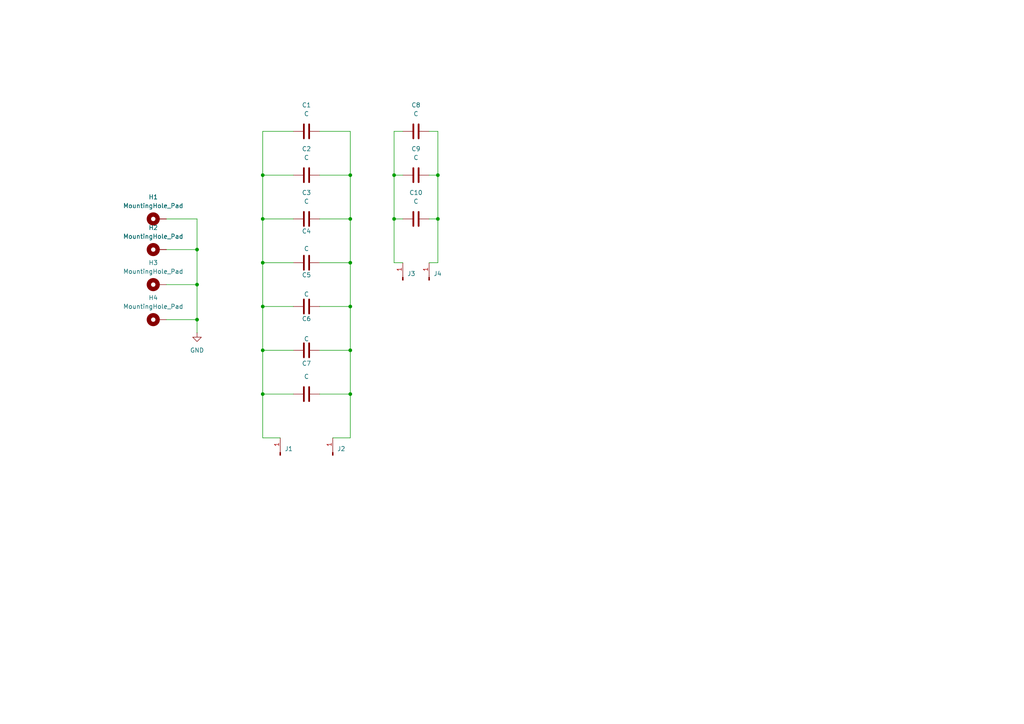
<source format=kicad_sch>
(kicad_sch
	(version 20231120)
	(generator "eeschema")
	(generator_version "8.0")
	(uuid "b8452eba-3c9c-41df-bc1e-8c1eec403dfb")
	(paper "A4")
	(lib_symbols
		(symbol "Connector:Conn_01x01_Pin"
			(pin_names
				(offset 1.016) hide)
			(exclude_from_sim no)
			(in_bom yes)
			(on_board yes)
			(property "Reference" "J"
				(at 0 2.54 0)
				(effects
					(font
						(size 1.27 1.27)
					)
				)
			)
			(property "Value" "Conn_01x01_Pin"
				(at 0 -2.54 0)
				(effects
					(font
						(size 1.27 1.27)
					)
				)
			)
			(property "Footprint" ""
				(at 0 0 0)
				(effects
					(font
						(size 1.27 1.27)
					)
					(hide yes)
				)
			)
			(property "Datasheet" "~"
				(at 0 0 0)
				(effects
					(font
						(size 1.27 1.27)
					)
					(hide yes)
				)
			)
			(property "Description" "Generic connector, single row, 01x01, script generated"
				(at 0 0 0)
				(effects
					(font
						(size 1.27 1.27)
					)
					(hide yes)
				)
			)
			(property "ki_locked" ""
				(at 0 0 0)
				(effects
					(font
						(size 1.27 1.27)
					)
				)
			)
			(property "ki_keywords" "connector"
				(at 0 0 0)
				(effects
					(font
						(size 1.27 1.27)
					)
					(hide yes)
				)
			)
			(property "ki_fp_filters" "Connector*:*_1x??_*"
				(at 0 0 0)
				(effects
					(font
						(size 1.27 1.27)
					)
					(hide yes)
				)
			)
			(symbol "Conn_01x01_Pin_1_1"
				(polyline
					(pts
						(xy 1.27 0) (xy 0.8636 0)
					)
					(stroke
						(width 0.1524)
						(type default)
					)
					(fill
						(type none)
					)
				)
				(rectangle
					(start 0.8636 0.127)
					(end 0 -0.127)
					(stroke
						(width 0.1524)
						(type default)
					)
					(fill
						(type outline)
					)
				)
				(pin passive line
					(at 5.08 0 180)
					(length 3.81)
					(name "Pin_1"
						(effects
							(font
								(size 1.27 1.27)
							)
						)
					)
					(number "1"
						(effects
							(font
								(size 1.27 1.27)
							)
						)
					)
				)
			)
		)
		(symbol "Device:C"
			(pin_numbers hide)
			(pin_names
				(offset 0.254)
			)
			(exclude_from_sim no)
			(in_bom yes)
			(on_board yes)
			(property "Reference" "C"
				(at 0.635 2.54 0)
				(effects
					(font
						(size 1.27 1.27)
					)
					(justify left)
				)
			)
			(property "Value" "C"
				(at 0.635 -2.54 0)
				(effects
					(font
						(size 1.27 1.27)
					)
					(justify left)
				)
			)
			(property "Footprint" ""
				(at 0.9652 -3.81 0)
				(effects
					(font
						(size 1.27 1.27)
					)
					(hide yes)
				)
			)
			(property "Datasheet" "~"
				(at 0 0 0)
				(effects
					(font
						(size 1.27 1.27)
					)
					(hide yes)
				)
			)
			(property "Description" "Unpolarized capacitor"
				(at 0 0 0)
				(effects
					(font
						(size 1.27 1.27)
					)
					(hide yes)
				)
			)
			(property "ki_keywords" "cap capacitor"
				(at 0 0 0)
				(effects
					(font
						(size 1.27 1.27)
					)
					(hide yes)
				)
			)
			(property "ki_fp_filters" "C_*"
				(at 0 0 0)
				(effects
					(font
						(size 1.27 1.27)
					)
					(hide yes)
				)
			)
			(symbol "C_0_1"
				(polyline
					(pts
						(xy -2.032 -0.762) (xy 2.032 -0.762)
					)
					(stroke
						(width 0.508)
						(type default)
					)
					(fill
						(type none)
					)
				)
				(polyline
					(pts
						(xy -2.032 0.762) (xy 2.032 0.762)
					)
					(stroke
						(width 0.508)
						(type default)
					)
					(fill
						(type none)
					)
				)
			)
			(symbol "C_1_1"
				(pin passive line
					(at 0 3.81 270)
					(length 2.794)
					(name "~"
						(effects
							(font
								(size 1.27 1.27)
							)
						)
					)
					(number "1"
						(effects
							(font
								(size 1.27 1.27)
							)
						)
					)
				)
				(pin passive line
					(at 0 -3.81 90)
					(length 2.794)
					(name "~"
						(effects
							(font
								(size 1.27 1.27)
							)
						)
					)
					(number "2"
						(effects
							(font
								(size 1.27 1.27)
							)
						)
					)
				)
			)
		)
		(symbol "Mechanical:MountingHole_Pad"
			(pin_numbers hide)
			(pin_names
				(offset 1.016) hide)
			(exclude_from_sim yes)
			(in_bom no)
			(on_board yes)
			(property "Reference" "H"
				(at 0 6.35 0)
				(effects
					(font
						(size 1.27 1.27)
					)
				)
			)
			(property "Value" "MountingHole_Pad"
				(at 0 4.445 0)
				(effects
					(font
						(size 1.27 1.27)
					)
				)
			)
			(property "Footprint" ""
				(at 0 0 0)
				(effects
					(font
						(size 1.27 1.27)
					)
					(hide yes)
				)
			)
			(property "Datasheet" "~"
				(at 0 0 0)
				(effects
					(font
						(size 1.27 1.27)
					)
					(hide yes)
				)
			)
			(property "Description" "Mounting Hole with connection"
				(at 0 0 0)
				(effects
					(font
						(size 1.27 1.27)
					)
					(hide yes)
				)
			)
			(property "ki_keywords" "mounting hole"
				(at 0 0 0)
				(effects
					(font
						(size 1.27 1.27)
					)
					(hide yes)
				)
			)
			(property "ki_fp_filters" "MountingHole*Pad*"
				(at 0 0 0)
				(effects
					(font
						(size 1.27 1.27)
					)
					(hide yes)
				)
			)
			(symbol "MountingHole_Pad_0_1"
				(circle
					(center 0 1.27)
					(radius 1.27)
					(stroke
						(width 1.27)
						(type default)
					)
					(fill
						(type none)
					)
				)
			)
			(symbol "MountingHole_Pad_1_1"
				(pin input line
					(at 0 -2.54 90)
					(length 2.54)
					(name "1"
						(effects
							(font
								(size 1.27 1.27)
							)
						)
					)
					(number "1"
						(effects
							(font
								(size 1.27 1.27)
							)
						)
					)
				)
			)
		)
		(symbol "power:GND"
			(power)
			(pin_numbers hide)
			(pin_names
				(offset 0) hide)
			(exclude_from_sim no)
			(in_bom yes)
			(on_board yes)
			(property "Reference" "#PWR"
				(at 0 -6.35 0)
				(effects
					(font
						(size 1.27 1.27)
					)
					(hide yes)
				)
			)
			(property "Value" "GND"
				(at 0 -3.81 0)
				(effects
					(font
						(size 1.27 1.27)
					)
				)
			)
			(property "Footprint" ""
				(at 0 0 0)
				(effects
					(font
						(size 1.27 1.27)
					)
					(hide yes)
				)
			)
			(property "Datasheet" ""
				(at 0 0 0)
				(effects
					(font
						(size 1.27 1.27)
					)
					(hide yes)
				)
			)
			(property "Description" "Power symbol creates a global label with name \"GND\" , ground"
				(at 0 0 0)
				(effects
					(font
						(size 1.27 1.27)
					)
					(hide yes)
				)
			)
			(property "ki_keywords" "global power"
				(at 0 0 0)
				(effects
					(font
						(size 1.27 1.27)
					)
					(hide yes)
				)
			)
			(symbol "GND_0_1"
				(polyline
					(pts
						(xy 0 0) (xy 0 -1.27) (xy 1.27 -1.27) (xy 0 -2.54) (xy -1.27 -1.27) (xy 0 -1.27)
					)
					(stroke
						(width 0)
						(type default)
					)
					(fill
						(type none)
					)
				)
			)
			(symbol "GND_1_1"
				(pin power_in line
					(at 0 0 270)
					(length 0)
					(name "~"
						(effects
							(font
								(size 1.27 1.27)
							)
						)
					)
					(number "1"
						(effects
							(font
								(size 1.27 1.27)
							)
						)
					)
				)
			)
		)
	)
	(junction
		(at 76.2 114.3)
		(diameter 0)
		(color 0 0 0 0)
		(uuid "0096e0f4-f7d5-4e75-913c-f1d29ec7c9d9")
	)
	(junction
		(at 101.6 50.8)
		(diameter 0)
		(color 0 0 0 0)
		(uuid "033a0ccb-f81b-48ec-bd55-728f172361a6")
	)
	(junction
		(at 101.6 101.6)
		(diameter 0)
		(color 0 0 0 0)
		(uuid "0907d712-a576-45cc-9434-393e26c90429")
	)
	(junction
		(at 57.15 92.71)
		(diameter 0)
		(color 0 0 0 0)
		(uuid "11144d25-d72f-469c-ada0-7b3afc82d6f3")
	)
	(junction
		(at 101.6 114.3)
		(diameter 0)
		(color 0 0 0 0)
		(uuid "11d98de3-4fc6-4124-b164-2faa269b8e44")
	)
	(junction
		(at 114.3 50.8)
		(diameter 0)
		(color 0 0 0 0)
		(uuid "14106dd6-9806-4d2e-869b-1787e0e29384")
	)
	(junction
		(at 76.2 101.6)
		(diameter 0)
		(color 0 0 0 0)
		(uuid "3f3ca353-956b-489f-b085-f7da250ad0a3")
	)
	(junction
		(at 114.3 63.5)
		(diameter 0)
		(color 0 0 0 0)
		(uuid "471ad9ba-3c6c-42bd-9949-51f2a6edc467")
	)
	(junction
		(at 101.6 88.9)
		(diameter 0)
		(color 0 0 0 0)
		(uuid "4ae1399e-04ed-480c-9ec2-11168bcfba66")
	)
	(junction
		(at 76.2 63.5)
		(diameter 0)
		(color 0 0 0 0)
		(uuid "6f17dd56-f712-4218-b2a2-3ad769b46108")
	)
	(junction
		(at 101.6 76.2)
		(diameter 0)
		(color 0 0 0 0)
		(uuid "715eeac1-5e1f-4ac1-87d0-084e6c65aebe")
	)
	(junction
		(at 57.15 82.55)
		(diameter 0)
		(color 0 0 0 0)
		(uuid "83ec4a77-981d-4d83-b3f2-d98e336344d2")
	)
	(junction
		(at 76.2 76.2)
		(diameter 0)
		(color 0 0 0 0)
		(uuid "970adf53-83d0-4d26-8acc-52814c9b7308")
	)
	(junction
		(at 76.2 50.8)
		(diameter 0)
		(color 0 0 0 0)
		(uuid "b0e52feb-dada-44fc-8216-5527cf23af83")
	)
	(junction
		(at 127 50.8)
		(diameter 0)
		(color 0 0 0 0)
		(uuid "b372bf08-d92e-4bcc-bb02-37e2b86600a9")
	)
	(junction
		(at 101.6 63.5)
		(diameter 0)
		(color 0 0 0 0)
		(uuid "c3cfec3e-a7f8-43f7-8fe4-c0e0188a7c11")
	)
	(junction
		(at 57.15 72.39)
		(diameter 0)
		(color 0 0 0 0)
		(uuid "d1146fcb-1d28-4f16-8e34-6f8efa91978f")
	)
	(junction
		(at 76.2 88.9)
		(diameter 0)
		(color 0 0 0 0)
		(uuid "f1cbcd34-0e5e-4f61-b897-bdea83be2eab")
	)
	(junction
		(at 127 63.5)
		(diameter 0)
		(color 0 0 0 0)
		(uuid "f96f17fb-3dd3-4334-93bc-7c0dc01a0a69")
	)
	(wire
		(pts
			(xy 57.15 82.55) (xy 57.15 92.71)
		)
		(stroke
			(width 0)
			(type default)
		)
		(uuid "00780971-a962-4953-997c-2584aff6f7f6")
	)
	(wire
		(pts
			(xy 101.6 38.1) (xy 101.6 50.8)
		)
		(stroke
			(width 0)
			(type default)
		)
		(uuid "079f20be-418e-4f1e-bd6a-76ca6cdb05d6")
	)
	(wire
		(pts
			(xy 48.26 82.55) (xy 57.15 82.55)
		)
		(stroke
			(width 0)
			(type default)
		)
		(uuid "096ff8a9-f4b9-4162-bafe-b243aed77b8b")
	)
	(wire
		(pts
			(xy 101.6 63.5) (xy 101.6 76.2)
		)
		(stroke
			(width 0)
			(type default)
		)
		(uuid "0ce05e81-b15f-40df-aa5d-638193de1172")
	)
	(wire
		(pts
			(xy 76.2 63.5) (xy 85.09 63.5)
		)
		(stroke
			(width 0)
			(type default)
		)
		(uuid "1c8fb53c-0640-4a37-8aae-137a92685e67")
	)
	(wire
		(pts
			(xy 76.2 127) (xy 81.28 127)
		)
		(stroke
			(width 0)
			(type default)
		)
		(uuid "205dba86-1bd9-4a90-a69b-092d3d04e382")
	)
	(wire
		(pts
			(xy 92.71 63.5) (xy 101.6 63.5)
		)
		(stroke
			(width 0)
			(type default)
		)
		(uuid "2071759f-2d53-44b9-9b87-7fd2b9369db9")
	)
	(wire
		(pts
			(xy 48.26 63.5) (xy 57.15 63.5)
		)
		(stroke
			(width 0)
			(type default)
		)
		(uuid "21d49d92-25a7-44ef-9aea-58a72aa6ef38")
	)
	(wire
		(pts
			(xy 124.46 50.8) (xy 127 50.8)
		)
		(stroke
			(width 0)
			(type default)
		)
		(uuid "22600251-5c32-4caa-921a-200c45f68bef")
	)
	(wire
		(pts
			(xy 124.46 38.1) (xy 127 38.1)
		)
		(stroke
			(width 0)
			(type default)
		)
		(uuid "23eeef71-0149-45b7-9a18-4c48f1ee796b")
	)
	(wire
		(pts
			(xy 48.26 72.39) (xy 57.15 72.39)
		)
		(stroke
			(width 0)
			(type default)
		)
		(uuid "29f7f4d1-6062-429e-9c76-0e217557a990")
	)
	(wire
		(pts
			(xy 114.3 63.5) (xy 116.84 63.5)
		)
		(stroke
			(width 0)
			(type default)
		)
		(uuid "2b0260f0-674c-4608-9a28-97c43a2bb653")
	)
	(wire
		(pts
			(xy 92.71 88.9) (xy 101.6 88.9)
		)
		(stroke
			(width 0)
			(type default)
		)
		(uuid "2d1223ba-99a1-4bf7-a6cc-113f0a648483")
	)
	(wire
		(pts
			(xy 48.26 92.71) (xy 57.15 92.71)
		)
		(stroke
			(width 0)
			(type default)
		)
		(uuid "2e21b6e2-bddf-498b-8e7c-dabae0046992")
	)
	(wire
		(pts
			(xy 114.3 38.1) (xy 114.3 50.8)
		)
		(stroke
			(width 0)
			(type default)
		)
		(uuid "391c2cfb-a066-41bb-89b3-4d9201181983")
	)
	(wire
		(pts
			(xy 76.2 63.5) (xy 76.2 76.2)
		)
		(stroke
			(width 0)
			(type default)
		)
		(uuid "3dc6f51e-ef57-4174-9d54-408ded16854d")
	)
	(wire
		(pts
			(xy 76.2 50.8) (xy 85.09 50.8)
		)
		(stroke
			(width 0)
			(type default)
		)
		(uuid "43c24ba7-d858-4ee5-93a2-c11525ed63bd")
	)
	(wire
		(pts
			(xy 76.2 88.9) (xy 76.2 101.6)
		)
		(stroke
			(width 0)
			(type default)
		)
		(uuid "499e3a9c-8d34-4a0d-8fe4-35b188c01f96")
	)
	(wire
		(pts
			(xy 114.3 50.8) (xy 114.3 63.5)
		)
		(stroke
			(width 0)
			(type default)
		)
		(uuid "50e0b3b6-3581-4d9d-8f0e-9af4fc7a6236")
	)
	(wire
		(pts
			(xy 57.15 72.39) (xy 57.15 82.55)
		)
		(stroke
			(width 0)
			(type default)
		)
		(uuid "53f44312-55ce-4b07-92f9-f42f5d87455c")
	)
	(wire
		(pts
			(xy 76.2 88.9) (xy 85.09 88.9)
		)
		(stroke
			(width 0)
			(type default)
		)
		(uuid "56db0e80-3b05-4d2f-8846-bab246a4d23a")
	)
	(wire
		(pts
			(xy 57.15 92.71) (xy 57.15 96.52)
		)
		(stroke
			(width 0)
			(type default)
		)
		(uuid "59bc734b-05d8-405e-937b-c614b1e1b199")
	)
	(wire
		(pts
			(xy 127 50.8) (xy 127 63.5)
		)
		(stroke
			(width 0)
			(type default)
		)
		(uuid "5a6ed033-1904-4c20-8738-34a300c6c3b2")
	)
	(wire
		(pts
			(xy 76.2 101.6) (xy 76.2 114.3)
		)
		(stroke
			(width 0)
			(type default)
		)
		(uuid "5c7e4d31-15d0-49c3-adca-53865f221963")
	)
	(wire
		(pts
			(xy 76.2 114.3) (xy 76.2 127)
		)
		(stroke
			(width 0)
			(type default)
		)
		(uuid "6026d8d3-744b-426f-9720-49bb6a3cb6a2")
	)
	(wire
		(pts
			(xy 76.2 38.1) (xy 85.09 38.1)
		)
		(stroke
			(width 0)
			(type default)
		)
		(uuid "6869501e-a1bf-40a5-9d81-2177e4e8b5b8")
	)
	(wire
		(pts
			(xy 101.6 114.3) (xy 101.6 127)
		)
		(stroke
			(width 0)
			(type default)
		)
		(uuid "6b11fd06-d58b-4645-b506-6d31d35bc5cc")
	)
	(wire
		(pts
			(xy 127 38.1) (xy 127 50.8)
		)
		(stroke
			(width 0)
			(type default)
		)
		(uuid "745fe919-9a6c-497b-8b21-48c10806d3a1")
	)
	(wire
		(pts
			(xy 127 63.5) (xy 124.46 63.5)
		)
		(stroke
			(width 0)
			(type default)
		)
		(uuid "78108b2b-1789-430d-97ca-1136b472bde1")
	)
	(wire
		(pts
			(xy 114.3 50.8) (xy 116.84 50.8)
		)
		(stroke
			(width 0)
			(type default)
		)
		(uuid "7958a7a1-3093-457b-982b-cfed81589eb4")
	)
	(wire
		(pts
			(xy 101.6 88.9) (xy 101.6 101.6)
		)
		(stroke
			(width 0)
			(type default)
		)
		(uuid "7a48dd23-73b7-4d20-8c9b-577c9d9f6289")
	)
	(wire
		(pts
			(xy 101.6 101.6) (xy 101.6 114.3)
		)
		(stroke
			(width 0)
			(type default)
		)
		(uuid "7a766d37-f57f-4f1b-9093-1602e2769136")
	)
	(wire
		(pts
			(xy 116.84 38.1) (xy 114.3 38.1)
		)
		(stroke
			(width 0)
			(type default)
		)
		(uuid "7faa2f89-c7c9-4592-b7ee-dee93d5775f3")
	)
	(wire
		(pts
			(xy 101.6 76.2) (xy 101.6 88.9)
		)
		(stroke
			(width 0)
			(type default)
		)
		(uuid "8a9848fe-67cd-4faa-ac28-0f79c3471729")
	)
	(wire
		(pts
			(xy 85.09 101.6) (xy 76.2 101.6)
		)
		(stroke
			(width 0)
			(type default)
		)
		(uuid "8f65f095-05bb-4fde-90eb-01cd834c8540")
	)
	(wire
		(pts
			(xy 124.46 76.2) (xy 127 76.2)
		)
		(stroke
			(width 0)
			(type default)
		)
		(uuid "90bd7d7f-a0a2-446f-9f5f-df2c6e09893b")
	)
	(wire
		(pts
			(xy 76.2 38.1) (xy 76.2 50.8)
		)
		(stroke
			(width 0)
			(type default)
		)
		(uuid "9ab7c62e-5d76-4b17-97e5-cdb5f032f5ea")
	)
	(wire
		(pts
			(xy 57.15 63.5) (xy 57.15 72.39)
		)
		(stroke
			(width 0)
			(type default)
		)
		(uuid "9b4d63dc-71d8-4f6e-8808-b932805d8695")
	)
	(wire
		(pts
			(xy 101.6 50.8) (xy 101.6 63.5)
		)
		(stroke
			(width 0)
			(type default)
		)
		(uuid "a8350865-944c-420c-9f3b-c9b8f180b0d8")
	)
	(wire
		(pts
			(xy 127 63.5) (xy 127 76.2)
		)
		(stroke
			(width 0)
			(type default)
		)
		(uuid "a95eeb93-928a-4ea7-a351-33a37d564e4c")
	)
	(wire
		(pts
			(xy 92.71 50.8) (xy 101.6 50.8)
		)
		(stroke
			(width 0)
			(type default)
		)
		(uuid "b143cd4b-8ed1-4613-9d76-d19e44aeae69")
	)
	(wire
		(pts
			(xy 101.6 114.3) (xy 92.71 114.3)
		)
		(stroke
			(width 0)
			(type default)
		)
		(uuid "b45fb843-1e7f-4dc0-89dc-39f76415128c")
	)
	(wire
		(pts
			(xy 76.2 50.8) (xy 76.2 63.5)
		)
		(stroke
			(width 0)
			(type default)
		)
		(uuid "b694087d-542b-4536-8def-ad857064badb")
	)
	(wire
		(pts
			(xy 92.71 101.6) (xy 101.6 101.6)
		)
		(stroke
			(width 0)
			(type default)
		)
		(uuid "be897055-f3c6-4443-977b-f8dd01574d4a")
	)
	(wire
		(pts
			(xy 114.3 63.5) (xy 114.3 76.2)
		)
		(stroke
			(width 0)
			(type default)
		)
		(uuid "c80f8d54-a10c-477f-801e-bcc91bed4044")
	)
	(wire
		(pts
			(xy 114.3 76.2) (xy 116.84 76.2)
		)
		(stroke
			(width 0)
			(type default)
		)
		(uuid "c933ec72-65d0-4980-a3a9-502467d0a9c8")
	)
	(wire
		(pts
			(xy 92.71 38.1) (xy 101.6 38.1)
		)
		(stroke
			(width 0)
			(type default)
		)
		(uuid "d1e332ce-f603-4198-bf32-22bcb291c7aa")
	)
	(wire
		(pts
			(xy 76.2 76.2) (xy 76.2 88.9)
		)
		(stroke
			(width 0)
			(type default)
		)
		(uuid "d88b35e7-b9d5-4e5c-b95c-53fb234ab5fd")
	)
	(wire
		(pts
			(xy 96.52 127) (xy 101.6 127)
		)
		(stroke
			(width 0)
			(type default)
		)
		(uuid "e1053842-d760-4ff3-9d7c-3d925d012244")
	)
	(wire
		(pts
			(xy 76.2 76.2) (xy 85.09 76.2)
		)
		(stroke
			(width 0)
			(type default)
		)
		(uuid "fa556b16-8e19-4b2b-9907-fb2cebbe7e26")
	)
	(wire
		(pts
			(xy 76.2 114.3) (xy 85.09 114.3)
		)
		(stroke
			(width 0)
			(type default)
		)
		(uuid "fb894d93-238a-4ce5-8cfa-adc381f2e045")
	)
	(wire
		(pts
			(xy 92.71 76.2) (xy 101.6 76.2)
		)
		(stroke
			(width 0)
			(type default)
		)
		(uuid "fbda31e5-2612-450f-9d41-777bef667dfd")
	)
	(symbol
		(lib_id "Device:C")
		(at 88.9 101.6 90)
		(unit 1)
		(exclude_from_sim no)
		(in_bom yes)
		(on_board yes)
		(dnp no)
		(uuid "03cfe848-d9e4-49a0-897c-56f2db322ae6")
		(property "Reference" "C6"
			(at 88.9 92.456 90)
			(effects
				(font
					(size 1.27 1.27)
				)
			)
		)
		(property "Value" "C"
			(at 88.9 98.298 90)
			(effects
				(font
					(size 1.27 1.27)
				)
			)
		)
		(property "Footprint" "Capacitor_THT:C_Rect_L24.0mm_W10.9mm_P22.50mm_MKT"
			(at 92.71 100.6348 0)
			(effects
				(font
					(size 1.27 1.27)
				)
				(hide yes)
			)
		)
		(property "Datasheet" "~"
			(at 88.9 101.6 0)
			(effects
				(font
					(size 1.27 1.27)
				)
				(hide yes)
			)
		)
		(property "Description" "Unpolarized capacitor"
			(at 88.9 101.6 0)
			(effects
				(font
					(size 1.27 1.27)
				)
				(hide yes)
			)
		)
		(pin "1"
			(uuid "9e0a9db3-61ca-4822-a935-76ed6160ecea")
		)
		(pin "2"
			(uuid "aaa113ab-39ab-49ab-bd89-9ed4e4eee69d")
		)
		(instances
			(project "Capacitor_test_board"
				(path "/b8452eba-3c9c-41df-bc1e-8c1eec403dfb"
					(reference "C6")
					(unit 1)
				)
			)
		)
	)
	(symbol
		(lib_id "Device:C")
		(at 88.9 63.5 90)
		(unit 1)
		(exclude_from_sim no)
		(in_bom yes)
		(on_board yes)
		(dnp no)
		(fields_autoplaced yes)
		(uuid "04229bbf-27e8-47f7-af66-33d3f7deb21d")
		(property "Reference" "C3"
			(at 88.9 55.88 90)
			(effects
				(font
					(size 1.27 1.27)
				)
			)
		)
		(property "Value" "C"
			(at 88.9 58.42 90)
			(effects
				(font
					(size 1.27 1.27)
				)
			)
		)
		(property "Footprint" "Capacitor_THT:C_Rect_L24.0mm_W10.9mm_P22.50mm_MKT"
			(at 92.71 62.5348 0)
			(effects
				(font
					(size 1.27 1.27)
				)
				(hide yes)
			)
		)
		(property "Datasheet" "~"
			(at 88.9 63.5 0)
			(effects
				(font
					(size 1.27 1.27)
				)
				(hide yes)
			)
		)
		(property "Description" "Unpolarized capacitor"
			(at 88.9 63.5 0)
			(effects
				(font
					(size 1.27 1.27)
				)
				(hide yes)
			)
		)
		(pin "1"
			(uuid "c49d3e15-7175-4974-8d0a-c57114282495")
		)
		(pin "2"
			(uuid "f3812a11-7b82-4a7e-9da1-b07a58768908")
		)
		(instances
			(project "Capacitor_test_board"
				(path "/b8452eba-3c9c-41df-bc1e-8c1eec403dfb"
					(reference "C3")
					(unit 1)
				)
			)
		)
	)
	(symbol
		(lib_id "Connector:Conn_01x01_Pin")
		(at 116.84 81.28 90)
		(unit 1)
		(exclude_from_sim no)
		(in_bom yes)
		(on_board yes)
		(dnp no)
		(uuid "05457215-5797-46d9-96a3-27f6bc438c91")
		(property "Reference" "J3"
			(at 118.11 79.3749 90)
			(effects
				(font
					(size 1.27 1.27)
				)
				(justify right)
			)
		)
		(property "Value" "Conn_01x01_Pin"
			(at 112.268 82.296 90)
			(effects
				(font
					(size 1.27 1.27)
				)
				(justify right)
				(hide yes)
			)
		)
		(property "Footprint" "Connector_Wire:SolderWire-2sqmm_1x01_D2mm_OD3.9mm"
			(at 116.84 81.28 0)
			(effects
				(font
					(size 1.27 1.27)
				)
				(hide yes)
			)
		)
		(property "Datasheet" "~"
			(at 116.84 81.28 0)
			(effects
				(font
					(size 1.27 1.27)
				)
				(hide yes)
			)
		)
		(property "Description" "Generic connector, single row, 01x01, script generated"
			(at 116.84 81.28 0)
			(effects
				(font
					(size 1.27 1.27)
				)
				(hide yes)
			)
		)
		(pin "1"
			(uuid "678c2142-0701-4ab7-91de-8a204f3f2995")
		)
		(instances
			(project "Capacitor_test_board"
				(path "/b8452eba-3c9c-41df-bc1e-8c1eec403dfb"
					(reference "J3")
					(unit 1)
				)
			)
		)
	)
	(symbol
		(lib_id "Device:C")
		(at 88.9 88.9 90)
		(unit 1)
		(exclude_from_sim no)
		(in_bom yes)
		(on_board yes)
		(dnp no)
		(uuid "0a9d5d7a-ef1d-42ba-a5ea-9554777a8adf")
		(property "Reference" "C5"
			(at 88.9 79.756 90)
			(effects
				(font
					(size 1.27 1.27)
				)
			)
		)
		(property "Value" "C"
			(at 88.9 85.344 90)
			(effects
				(font
					(size 1.27 1.27)
				)
			)
		)
		(property "Footprint" "Capacitor_THT:C_Rect_L24.0mm_W10.9mm_P22.50mm_MKT"
			(at 92.71 87.9348 0)
			(effects
				(font
					(size 1.27 1.27)
				)
				(hide yes)
			)
		)
		(property "Datasheet" "~"
			(at 88.9 88.9 0)
			(effects
				(font
					(size 1.27 1.27)
				)
				(hide yes)
			)
		)
		(property "Description" "Unpolarized capacitor"
			(at 88.9 88.9 0)
			(effects
				(font
					(size 1.27 1.27)
				)
				(hide yes)
			)
		)
		(pin "1"
			(uuid "680e6ddd-0d02-4b87-8308-42d698c1edb8")
		)
		(pin "2"
			(uuid "496b5127-744b-4c83-ad08-6f8ff7d9e403")
		)
		(instances
			(project "Capacitor_test_board"
				(path "/b8452eba-3c9c-41df-bc1e-8c1eec403dfb"
					(reference "C5")
					(unit 1)
				)
			)
		)
	)
	(symbol
		(lib_id "Mechanical:MountingHole_Pad")
		(at 45.72 82.55 90)
		(unit 1)
		(exclude_from_sim yes)
		(in_bom no)
		(on_board yes)
		(dnp no)
		(fields_autoplaced yes)
		(uuid "1a940fa1-5528-46bf-a709-8a20ff5df512")
		(property "Reference" "H3"
			(at 44.45 76.2 90)
			(effects
				(font
					(size 1.27 1.27)
				)
			)
		)
		(property "Value" "MountingHole_Pad"
			(at 44.45 78.74 90)
			(effects
				(font
					(size 1.27 1.27)
				)
			)
		)
		(property "Footprint" "MountingHole:MountingHole_3.2mm_M3_DIN965_Pad_TopBottom"
			(at 45.72 82.55 0)
			(effects
				(font
					(size 1.27 1.27)
				)
				(hide yes)
			)
		)
		(property "Datasheet" "~"
			(at 45.72 82.55 0)
			(effects
				(font
					(size 1.27 1.27)
				)
				(hide yes)
			)
		)
		(property "Description" "Mounting Hole with connection"
			(at 45.72 82.55 0)
			(effects
				(font
					(size 1.27 1.27)
				)
				(hide yes)
			)
		)
		(pin "1"
			(uuid "5dd049d5-bca0-4c6e-8913-a503842f2169")
		)
		(instances
			(project "Capacitor_test_board"
				(path "/b8452eba-3c9c-41df-bc1e-8c1eec403dfb"
					(reference "H3")
					(unit 1)
				)
			)
		)
	)
	(symbol
		(lib_id "Device:C")
		(at 88.9 76.2 90)
		(unit 1)
		(exclude_from_sim no)
		(in_bom yes)
		(on_board yes)
		(dnp no)
		(uuid "3785b797-d5c9-4423-8796-a09bd1ccbf25")
		(property "Reference" "C4"
			(at 88.9 67.056 90)
			(effects
				(font
					(size 1.27 1.27)
				)
			)
		)
		(property "Value" "C"
			(at 88.9 72.136 90)
			(effects
				(font
					(size 1.27 1.27)
				)
			)
		)
		(property "Footprint" "Capacitor_THT:C_Rect_L24.0mm_W10.9mm_P22.50mm_MKT"
			(at 92.71 75.2348 0)
			(effects
				(font
					(size 1.27 1.27)
				)
				(hide yes)
			)
		)
		(property "Datasheet" "~"
			(at 88.9 76.2 0)
			(effects
				(font
					(size 1.27 1.27)
				)
				(hide yes)
			)
		)
		(property "Description" "Unpolarized capacitor"
			(at 88.9 76.2 0)
			(effects
				(font
					(size 1.27 1.27)
				)
				(hide yes)
			)
		)
		(pin "1"
			(uuid "1f14ac28-84d6-4e22-83e8-09ed350cb82b")
		)
		(pin "2"
			(uuid "451c569e-a328-4058-8c3d-5b6ae7a18aa9")
		)
		(instances
			(project "Capacitor_test_board"
				(path "/b8452eba-3c9c-41df-bc1e-8c1eec403dfb"
					(reference "C4")
					(unit 1)
				)
			)
		)
	)
	(symbol
		(lib_id "Mechanical:MountingHole_Pad")
		(at 45.72 63.5 90)
		(unit 1)
		(exclude_from_sim yes)
		(in_bom no)
		(on_board yes)
		(dnp no)
		(fields_autoplaced yes)
		(uuid "3b23ebe5-437a-4698-9911-742aba4289c5")
		(property "Reference" "H1"
			(at 44.45 57.15 90)
			(effects
				(font
					(size 1.27 1.27)
				)
			)
		)
		(property "Value" "MountingHole_Pad"
			(at 44.45 59.69 90)
			(effects
				(font
					(size 1.27 1.27)
				)
			)
		)
		(property "Footprint" "MountingHole:MountingHole_3.2mm_M3_DIN965_Pad_TopBottom"
			(at 45.72 63.5 0)
			(effects
				(font
					(size 1.27 1.27)
				)
				(hide yes)
			)
		)
		(property "Datasheet" "~"
			(at 45.72 63.5 0)
			(effects
				(font
					(size 1.27 1.27)
				)
				(hide yes)
			)
		)
		(property "Description" "Mounting Hole with connection"
			(at 45.72 63.5 0)
			(effects
				(font
					(size 1.27 1.27)
				)
				(hide yes)
			)
		)
		(pin "1"
			(uuid "91b402c9-5645-477a-9619-27684fc12c24")
		)
		(instances
			(project ""
				(path "/b8452eba-3c9c-41df-bc1e-8c1eec403dfb"
					(reference "H1")
					(unit 1)
				)
			)
		)
	)
	(symbol
		(lib_id "Mechanical:MountingHole_Pad")
		(at 45.72 92.71 90)
		(unit 1)
		(exclude_from_sim yes)
		(in_bom no)
		(on_board yes)
		(dnp no)
		(fields_autoplaced yes)
		(uuid "3cb3f0c6-419c-45d3-96d3-19565b75f813")
		(property "Reference" "H4"
			(at 44.45 86.36 90)
			(effects
				(font
					(size 1.27 1.27)
				)
			)
		)
		(property "Value" "MountingHole_Pad"
			(at 44.45 88.9 90)
			(effects
				(font
					(size 1.27 1.27)
				)
			)
		)
		(property "Footprint" "MountingHole:MountingHole_3.2mm_M3_DIN965_Pad_TopBottom"
			(at 45.72 92.71 0)
			(effects
				(font
					(size 1.27 1.27)
				)
				(hide yes)
			)
		)
		(property "Datasheet" "~"
			(at 45.72 92.71 0)
			(effects
				(font
					(size 1.27 1.27)
				)
				(hide yes)
			)
		)
		(property "Description" "Mounting Hole with connection"
			(at 45.72 92.71 0)
			(effects
				(font
					(size 1.27 1.27)
				)
				(hide yes)
			)
		)
		(pin "1"
			(uuid "71bc8e41-49a9-4910-900f-9693a992cad2")
		)
		(instances
			(project "Capacitor_test_board"
				(path "/b8452eba-3c9c-41df-bc1e-8c1eec403dfb"
					(reference "H4")
					(unit 1)
				)
			)
		)
	)
	(symbol
		(lib_id "power:GND")
		(at 57.15 96.52 0)
		(unit 1)
		(exclude_from_sim no)
		(in_bom yes)
		(on_board yes)
		(dnp no)
		(fields_autoplaced yes)
		(uuid "60c7973a-0bf8-4fc0-88ed-589996512a61")
		(property "Reference" "#PWR01"
			(at 57.15 102.87 0)
			(effects
				(font
					(size 1.27 1.27)
				)
				(hide yes)
			)
		)
		(property "Value" "GND"
			(at 57.15 101.6 0)
			(effects
				(font
					(size 1.27 1.27)
				)
			)
		)
		(property "Footprint" ""
			(at 57.15 96.52 0)
			(effects
				(font
					(size 1.27 1.27)
				)
				(hide yes)
			)
		)
		(property "Datasheet" ""
			(at 57.15 96.52 0)
			(effects
				(font
					(size 1.27 1.27)
				)
				(hide yes)
			)
		)
		(property "Description" "Power symbol creates a global label with name \"GND\" , ground"
			(at 57.15 96.52 0)
			(effects
				(font
					(size 1.27 1.27)
				)
				(hide yes)
			)
		)
		(pin "1"
			(uuid "9291aaf8-f5fb-4634-9c7d-92f3d12bfec8")
		)
		(instances
			(project ""
				(path "/b8452eba-3c9c-41df-bc1e-8c1eec403dfb"
					(reference "#PWR01")
					(unit 1)
				)
			)
		)
	)
	(symbol
		(lib_id "Connector:Conn_01x01_Pin")
		(at 124.46 81.28 90)
		(unit 1)
		(exclude_from_sim no)
		(in_bom yes)
		(on_board yes)
		(dnp no)
		(uuid "6bf3be6c-dd5a-41b9-840f-1e4e0aa49679")
		(property "Reference" "J4"
			(at 125.73 79.3749 90)
			(effects
				(font
					(size 1.27 1.27)
				)
				(justify right)
			)
		)
		(property "Value" "Conn_01x01_Pin"
			(at 119.888 82.296 90)
			(effects
				(font
					(size 1.27 1.27)
				)
				(justify right)
				(hide yes)
			)
		)
		(property "Footprint" "Connector_Wire:SolderWire-2sqmm_1x01_D2mm_OD3.9mm"
			(at 124.46 81.28 0)
			(effects
				(font
					(size 1.27 1.27)
				)
				(hide yes)
			)
		)
		(property "Datasheet" "~"
			(at 124.46 81.28 0)
			(effects
				(font
					(size 1.27 1.27)
				)
				(hide yes)
			)
		)
		(property "Description" "Generic connector, single row, 01x01, script generated"
			(at 124.46 81.28 0)
			(effects
				(font
					(size 1.27 1.27)
				)
				(hide yes)
			)
		)
		(pin "1"
			(uuid "f0e2163b-6e9e-4fb0-b38a-521a6cd27842")
		)
		(instances
			(project "Capacitor_test_board"
				(path "/b8452eba-3c9c-41df-bc1e-8c1eec403dfb"
					(reference "J4")
					(unit 1)
				)
			)
		)
	)
	(symbol
		(lib_id "Connector:Conn_01x01_Pin")
		(at 96.52 132.08 90)
		(unit 1)
		(exclude_from_sim no)
		(in_bom yes)
		(on_board yes)
		(dnp no)
		(fields_autoplaced yes)
		(uuid "70a466e8-49c3-4068-8069-506adb36b986")
		(property "Reference" "J2"
			(at 97.79 130.1749 90)
			(effects
				(font
					(size 1.27 1.27)
				)
				(justify right)
			)
		)
		(property "Value" "Conn_01x01_Pin"
			(at 97.79 132.7149 90)
			(effects
				(font
					(size 1.27 1.27)
				)
				(justify right)
				(hide yes)
			)
		)
		(property "Footprint" "Connector_Wire:SolderWire-2sqmm_1x01_D2mm_OD3.9mm"
			(at 96.52 132.08 0)
			(effects
				(font
					(size 1.27 1.27)
				)
				(hide yes)
			)
		)
		(property "Datasheet" "~"
			(at 96.52 132.08 0)
			(effects
				(font
					(size 1.27 1.27)
				)
				(hide yes)
			)
		)
		(property "Description" "Generic connector, single row, 01x01, script generated"
			(at 96.52 132.08 0)
			(effects
				(font
					(size 1.27 1.27)
				)
				(hide yes)
			)
		)
		(pin "1"
			(uuid "38b921ae-ddf1-46ef-8a07-ae69f42753c4")
		)
		(instances
			(project "Capacitor_test_board"
				(path "/b8452eba-3c9c-41df-bc1e-8c1eec403dfb"
					(reference "J2")
					(unit 1)
				)
			)
		)
	)
	(symbol
		(lib_id "Mechanical:MountingHole_Pad")
		(at 45.72 72.39 90)
		(unit 1)
		(exclude_from_sim yes)
		(in_bom no)
		(on_board yes)
		(dnp no)
		(fields_autoplaced yes)
		(uuid "86aeae9b-09f0-4bfd-8e6b-70aff779a25c")
		(property "Reference" "H2"
			(at 44.45 66.04 90)
			(effects
				(font
					(size 1.27 1.27)
				)
			)
		)
		(property "Value" "MountingHole_Pad"
			(at 44.45 68.58 90)
			(effects
				(font
					(size 1.27 1.27)
				)
			)
		)
		(property "Footprint" "MountingHole:MountingHole_3.2mm_M3_DIN965_Pad_TopBottom"
			(at 45.72 72.39 0)
			(effects
				(font
					(size 1.27 1.27)
				)
				(hide yes)
			)
		)
		(property "Datasheet" "~"
			(at 45.72 72.39 0)
			(effects
				(font
					(size 1.27 1.27)
				)
				(hide yes)
			)
		)
		(property "Description" "Mounting Hole with connection"
			(at 45.72 72.39 0)
			(effects
				(font
					(size 1.27 1.27)
				)
				(hide yes)
			)
		)
		(pin "1"
			(uuid "31fb9d2a-4ff0-4197-ad2d-13e1b2a2c58d")
		)
		(instances
			(project "Capacitor_test_board"
				(path "/b8452eba-3c9c-41df-bc1e-8c1eec403dfb"
					(reference "H2")
					(unit 1)
				)
			)
		)
	)
	(symbol
		(lib_id "Connector:Conn_01x01_Pin")
		(at 81.28 132.08 90)
		(unit 1)
		(exclude_from_sim no)
		(in_bom yes)
		(on_board yes)
		(dnp no)
		(uuid "87f6ef14-020c-4986-b801-4b4719ba79ed")
		(property "Reference" "J1"
			(at 82.55 130.1749 90)
			(effects
				(font
					(size 1.27 1.27)
				)
				(justify right)
			)
		)
		(property "Value" "Conn_01x01_Pin"
			(at 76.708 133.096 90)
			(effects
				(font
					(size 1.27 1.27)
				)
				(justify right)
				(hide yes)
			)
		)
		(property "Footprint" "Connector_Wire:SolderWire-2sqmm_1x01_D2mm_OD3.9mm"
			(at 81.28 132.08 0)
			(effects
				(font
					(size 1.27 1.27)
				)
				(hide yes)
			)
		)
		(property "Datasheet" "~"
			(at 81.28 132.08 0)
			(effects
				(font
					(size 1.27 1.27)
				)
				(hide yes)
			)
		)
		(property "Description" "Generic connector, single row, 01x01, script generated"
			(at 81.28 132.08 0)
			(effects
				(font
					(size 1.27 1.27)
				)
				(hide yes)
			)
		)
		(pin "1"
			(uuid "7584863c-3a64-44fd-8aad-95015d47701e")
		)
		(instances
			(project ""
				(path "/b8452eba-3c9c-41df-bc1e-8c1eec403dfb"
					(reference "J1")
					(unit 1)
				)
			)
		)
	)
	(symbol
		(lib_id "Device:C")
		(at 88.9 114.3 90)
		(unit 1)
		(exclude_from_sim no)
		(in_bom yes)
		(on_board yes)
		(dnp no)
		(uuid "a204da05-1a5d-4b6a-947d-4be2e7d8268d")
		(property "Reference" "C7"
			(at 88.9 105.41 90)
			(effects
				(font
					(size 1.27 1.27)
				)
			)
		)
		(property "Value" "C"
			(at 88.9 109.22 90)
			(effects
				(font
					(size 1.27 1.27)
				)
			)
		)
		(property "Footprint" "Capacitor_THT:C_Rect_L24.0mm_W10.9mm_P22.50mm_MKT"
			(at 92.71 113.3348 0)
			(effects
				(font
					(size 1.27 1.27)
				)
				(hide yes)
			)
		)
		(property "Datasheet" "~"
			(at 88.9 114.3 0)
			(effects
				(font
					(size 1.27 1.27)
				)
				(hide yes)
			)
		)
		(property "Description" "Unpolarized capacitor"
			(at 88.9 114.3 0)
			(effects
				(font
					(size 1.27 1.27)
				)
				(hide yes)
			)
		)
		(pin "1"
			(uuid "51725a39-dd2b-4eae-b622-9618432ac07b")
		)
		(pin "2"
			(uuid "c44ece37-d65c-45b4-940a-d867fee55acd")
		)
		(instances
			(project "Capacitor_test_board"
				(path "/b8452eba-3c9c-41df-bc1e-8c1eec403dfb"
					(reference "C7")
					(unit 1)
				)
			)
		)
	)
	(symbol
		(lib_id "Device:C")
		(at 120.65 38.1 90)
		(unit 1)
		(exclude_from_sim no)
		(in_bom yes)
		(on_board yes)
		(dnp no)
		(fields_autoplaced yes)
		(uuid "abf92a55-62b5-4e99-8509-48aefea2fc56")
		(property "Reference" "C8"
			(at 120.65 30.48 90)
			(effects
				(font
					(size 1.27 1.27)
				)
			)
		)
		(property "Value" "C"
			(at 120.65 33.02 90)
			(effects
				(font
					(size 1.27 1.27)
				)
			)
		)
		(property "Footprint" "Capacitor_THT:C_Rect_L24.0mm_W10.9mm_P22.50mm_MKT"
			(at 124.46 37.1348 0)
			(effects
				(font
					(size 1.27 1.27)
				)
				(hide yes)
			)
		)
		(property "Datasheet" "~"
			(at 120.65 38.1 0)
			(effects
				(font
					(size 1.27 1.27)
				)
				(hide yes)
			)
		)
		(property "Description" "Unpolarized capacitor"
			(at 120.65 38.1 0)
			(effects
				(font
					(size 1.27 1.27)
				)
				(hide yes)
			)
		)
		(pin "1"
			(uuid "d9483748-1c89-47ca-a7a6-95b7b2a255fa")
		)
		(pin "2"
			(uuid "842fffe4-7028-48ba-a836-f7fdebe61e3a")
		)
		(instances
			(project "Capacitor_test_board"
				(path "/b8452eba-3c9c-41df-bc1e-8c1eec403dfb"
					(reference "C8")
					(unit 1)
				)
			)
		)
	)
	(symbol
		(lib_id "Device:C")
		(at 120.65 50.8 90)
		(unit 1)
		(exclude_from_sim no)
		(in_bom yes)
		(on_board yes)
		(dnp no)
		(fields_autoplaced yes)
		(uuid "d1413b7a-feac-4c78-9665-fa4ed2d7e43d")
		(property "Reference" "C9"
			(at 120.65 43.18 90)
			(effects
				(font
					(size 1.27 1.27)
				)
			)
		)
		(property "Value" "C"
			(at 120.65 45.72 90)
			(effects
				(font
					(size 1.27 1.27)
				)
			)
		)
		(property "Footprint" "Capacitor_THT:C_Rect_L24.0mm_W10.9mm_P22.50mm_MKT"
			(at 124.46 49.8348 0)
			(effects
				(font
					(size 1.27 1.27)
				)
				(hide yes)
			)
		)
		(property "Datasheet" "~"
			(at 120.65 50.8 0)
			(effects
				(font
					(size 1.27 1.27)
				)
				(hide yes)
			)
		)
		(property "Description" "Unpolarized capacitor"
			(at 120.65 50.8 0)
			(effects
				(font
					(size 1.27 1.27)
				)
				(hide yes)
			)
		)
		(pin "1"
			(uuid "8a4665d8-499a-4224-84b7-49134763e01f")
		)
		(pin "2"
			(uuid "320675e0-2ed7-4934-812c-beb77126fd80")
		)
		(instances
			(project "Capacitor_test_board"
				(path "/b8452eba-3c9c-41df-bc1e-8c1eec403dfb"
					(reference "C9")
					(unit 1)
				)
			)
		)
	)
	(symbol
		(lib_id "Device:C")
		(at 120.65 63.5 90)
		(unit 1)
		(exclude_from_sim no)
		(in_bom yes)
		(on_board yes)
		(dnp no)
		(fields_autoplaced yes)
		(uuid "d63b01dd-fff2-4d2b-9802-23848f50c532")
		(property "Reference" "C10"
			(at 120.65 55.88 90)
			(effects
				(font
					(size 1.27 1.27)
				)
			)
		)
		(property "Value" "C"
			(at 120.65 58.42 90)
			(effects
				(font
					(size 1.27 1.27)
				)
			)
		)
		(property "Footprint" "Capacitor_THT:C_Rect_L24.0mm_W10.9mm_P22.50mm_MKT"
			(at 124.46 62.5348 0)
			(effects
				(font
					(size 1.27 1.27)
				)
				(hide yes)
			)
		)
		(property "Datasheet" "~"
			(at 120.65 63.5 0)
			(effects
				(font
					(size 1.27 1.27)
				)
				(hide yes)
			)
		)
		(property "Description" "Unpolarized capacitor"
			(at 120.65 63.5 0)
			(effects
				(font
					(size 1.27 1.27)
				)
				(hide yes)
			)
		)
		(pin "1"
			(uuid "0ce36456-96ba-430f-a4dd-02d8703cdda6")
		)
		(pin "2"
			(uuid "6179d49c-0096-4c8f-bf6d-b19509519a40")
		)
		(instances
			(project "Capacitor_test_board"
				(path "/b8452eba-3c9c-41df-bc1e-8c1eec403dfb"
					(reference "C10")
					(unit 1)
				)
			)
		)
	)
	(symbol
		(lib_id "Device:C")
		(at 88.9 50.8 90)
		(unit 1)
		(exclude_from_sim no)
		(in_bom yes)
		(on_board yes)
		(dnp no)
		(fields_autoplaced yes)
		(uuid "f55a0af2-e4ea-45f0-8a10-0aa502b68f96")
		(property "Reference" "C2"
			(at 88.9 43.18 90)
			(effects
				(font
					(size 1.27 1.27)
				)
			)
		)
		(property "Value" "C"
			(at 88.9 45.72 90)
			(effects
				(font
					(size 1.27 1.27)
				)
			)
		)
		(property "Footprint" "Capacitor_THT:C_Rect_L24.0mm_W10.9mm_P22.50mm_MKT"
			(at 92.71 49.8348 0)
			(effects
				(font
					(size 1.27 1.27)
				)
				(hide yes)
			)
		)
		(property "Datasheet" "~"
			(at 88.9 50.8 0)
			(effects
				(font
					(size 1.27 1.27)
				)
				(hide yes)
			)
		)
		(property "Description" "Unpolarized capacitor"
			(at 88.9 50.8 0)
			(effects
				(font
					(size 1.27 1.27)
				)
				(hide yes)
			)
		)
		(pin "1"
			(uuid "aff4faa7-bc6f-4217-ba27-8f18016756d4")
		)
		(pin "2"
			(uuid "9ecf3108-281b-4353-94dc-9ad53c01e0bd")
		)
		(instances
			(project "Capacitor_test_board"
				(path "/b8452eba-3c9c-41df-bc1e-8c1eec403dfb"
					(reference "C2")
					(unit 1)
				)
			)
		)
	)
	(symbol
		(lib_id "Device:C")
		(at 88.9 38.1 90)
		(unit 1)
		(exclude_from_sim no)
		(in_bom yes)
		(on_board yes)
		(dnp no)
		(fields_autoplaced yes)
		(uuid "f5c59989-447b-4ed8-bc4e-da0f91a3869e")
		(property "Reference" "C1"
			(at 88.9 30.48 90)
			(effects
				(font
					(size 1.27 1.27)
				)
			)
		)
		(property "Value" "C"
			(at 88.9 33.02 90)
			(effects
				(font
					(size 1.27 1.27)
				)
			)
		)
		(property "Footprint" "Capacitor_THT:C_Rect_L24.0mm_W10.9mm_P22.50mm_MKT"
			(at 92.71 37.1348 0)
			(effects
				(font
					(size 1.27 1.27)
				)
				(hide yes)
			)
		)
		(property "Datasheet" "~"
			(at 88.9 38.1 0)
			(effects
				(font
					(size 1.27 1.27)
				)
				(hide yes)
			)
		)
		(property "Description" "Unpolarized capacitor"
			(at 88.9 38.1 0)
			(effects
				(font
					(size 1.27 1.27)
				)
				(hide yes)
			)
		)
		(pin "1"
			(uuid "9f9175c1-fe02-45e9-aaea-64f7b1fe5b01")
		)
		(pin "2"
			(uuid "e452ac9d-48b5-4aac-85bd-7a3e74005af5")
		)
		(instances
			(project ""
				(path "/b8452eba-3c9c-41df-bc1e-8c1eec403dfb"
					(reference "C1")
					(unit 1)
				)
			)
		)
	)
	(sheet_instances
		(path "/"
			(page "1")
		)
	)
)

</source>
